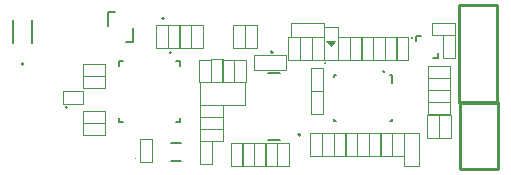
<source format=gto>
G04*
G04 #@! TF.GenerationSoftware,Altium Limited,Altium Designer,25.4.2 (15)*
G04*
G04 Layer_Color=65535*
%FSLAX44Y44*%
%MOMM*%
G71*
G04*
G04 #@! TF.SameCoordinates,0B5DAD5C-0C0E-4793-B882-C7F6C3490101*
G04*
G04*
G04 #@! TF.FilePolarity,Positive*
G04*
G01*
G75*
%ADD10C,0.1270*%
%ADD11C,0.2000*%
%ADD12C,0.1000*%
%ADD13C,0.0889*%
%ADD14C,0.2540*%
%ADD15C,0.1524*%
%ADD16C,0.0762*%
G36*
X538761Y364353D02*
X535110Y368004D01*
X542412D01*
X538761Y364353D01*
D02*
G37*
D10*
X584355Y342256D02*
G03*
X584355Y342256I-635J0D01*
G01*
X608230Y370830D02*
G03*
X608230Y370830I-635J0D01*
G01*
X534021Y349494D02*
G03*
X534021Y349494I-500J0D01*
G01*
X403479Y358140D02*
G03*
X403479Y358140I-635J0D01*
G01*
X315595Y312166D02*
G03*
X315595Y312166I-635J0D01*
G01*
X365434Y367538D02*
X371434D01*
Y379238D01*
X350434Y392938D02*
X356434D01*
X350434Y381238D02*
Y392938D01*
X403270Y266820D02*
X412070D01*
X403270Y281820D02*
X412070D01*
X629680Y353825D02*
Y358210D01*
X625295Y353825D02*
X629680D01*
X610910Y368210D02*
Y372595D01*
X615295D01*
X285678Y366454D02*
Y386054D01*
X269678Y366454D02*
Y386054D01*
X485678Y341428D02*
X495778D01*
X485678Y284428D02*
X495778D01*
D11*
X397934Y387238D02*
G03*
X397934Y387238I-1000J0D01*
G01*
X278678Y348754D02*
G03*
X278678Y348754I-1000J0D01*
G01*
X489748Y358748D02*
G03*
X489748Y358748I-1000J0D01*
G01*
X513228Y288928D02*
G03*
X513228Y288928I-1000J0D01*
G01*
X541191Y339782D02*
X543041D01*
X541191Y337932D02*
Y339782D01*
Y300280D02*
X543041D01*
X541191D02*
Y302130D01*
X590689Y300280D02*
Y302130D01*
X588839Y300280D02*
X590689D01*
X588839Y339780D02*
X590689D01*
Y332930D02*
Y339780D01*
D12*
X373626Y268605D02*
G03*
X373626Y268605I-500J0D01*
G01*
X535110Y368004D02*
X542761D01*
X538761Y364004D02*
Y368004D01*
X535110D02*
X538761Y364004D01*
X542761Y368004D01*
D13*
X390906Y362582D02*
Y381886D01*
Y362582D02*
X401066D01*
Y381886D01*
X390906D02*
X401066D01*
X420370Y362712D02*
Y382016D01*
Y362712D02*
X430530D01*
Y382016D01*
X420370D02*
X430530D01*
X620803Y336794D02*
X640107D01*
Y346954D01*
X620803D02*
X640107D01*
X620803Y336794D02*
Y346954D01*
X456438Y333248D02*
X466598D01*
X456438D02*
Y352552D01*
X466598D01*
Y333248D02*
Y352552D01*
X571273Y270884D02*
Y290188D01*
X561113D02*
X571273D01*
X561113Y270884D02*
Y290188D01*
Y270884D02*
X571273D01*
X561367D02*
Y290188D01*
X551207D02*
X561367D01*
X551207Y270884D02*
Y290188D01*
Y270884D02*
X561367D01*
X633503Y354066D02*
Y373370D01*
Y354066D02*
X643663D01*
Y373370D01*
X633503D02*
X643663D01*
X624359Y383530D02*
X643663D01*
X624359Y373370D02*
Y383530D01*
Y373370D02*
X643663D01*
Y383530D01*
X594106Y371348D02*
X604266D01*
Y352044D02*
Y371348D01*
X594106Y352044D02*
X604266D01*
X594106D02*
Y371348D01*
X438150Y264160D02*
Y283464D01*
X427990D02*
X438150D01*
X427990Y264160D02*
Y283464D01*
Y264160D02*
X438150D01*
X387096Y265684D02*
Y284988D01*
X376936D02*
X387096D01*
X376936Y265684D02*
Y284988D01*
Y265684D02*
X387096D01*
X428244Y314071D02*
X466344D01*
Y333121D01*
X428244D02*
X466344D01*
X428244Y314071D02*
Y333121D01*
Y313944D02*
X447548D01*
X428244Y303784D02*
Y313944D01*
Y303784D02*
X447548D01*
Y313944D01*
X437134Y333300D02*
Y352604D01*
Y333300D02*
X447294D01*
Y352604D01*
X437134D02*
X447294D01*
X446786Y333248D02*
Y352552D01*
Y333248D02*
X456946D01*
Y352552D01*
X446786D02*
X456946D01*
X544710Y352034D02*
Y380205D01*
X532830D02*
X544710D01*
X532830Y352034D02*
Y380205D01*
Y352034D02*
X544710D01*
X584429Y352034D02*
Y371338D01*
Y352034D02*
X594589D01*
Y371338D01*
X584429D02*
X594589D01*
X574523Y352034D02*
Y371338D01*
Y352034D02*
X584683D01*
Y371338D01*
X574523D02*
X584683D01*
X564617Y352034D02*
Y371338D01*
Y352034D02*
X574777D01*
Y371338D01*
X564617D02*
X574777D01*
X554711Y352034D02*
Y371338D01*
Y352034D02*
X564871D01*
Y371338D01*
X554711D02*
X564871D01*
X522759Y371266D02*
X532919D01*
Y351962D02*
Y371266D01*
X522759Y351962D02*
X532919D01*
X522759D02*
Y371266D01*
X544603Y352034D02*
Y371338D01*
Y352034D02*
X554763D01*
Y371338D01*
X544603D02*
X554763D01*
X328676Y288798D02*
X347980D01*
Y298958D01*
X328676D02*
X347980D01*
X328676Y288798D02*
Y298958D01*
Y298450D02*
X347980D01*
Y308610D01*
X328676D02*
X347980D01*
X328676Y298450D02*
Y308610D01*
Y328676D02*
X347980D01*
Y338836D01*
X328676D02*
X347980D01*
X328676Y328676D02*
Y338836D01*
Y338328D02*
X347980D01*
Y348488D01*
X328676D02*
X347980D01*
X328676Y338328D02*
Y348488D01*
X581179Y270884D02*
Y290188D01*
X571019D02*
X581179D01*
X571019Y270884D02*
Y290188D01*
Y270884D02*
X581179D01*
X600583Y262722D02*
X613083D01*
Y290222D01*
X600583D02*
X613083D01*
X600583Y262722D02*
Y290222D01*
X600737Y270884D02*
Y290188D01*
X590577D02*
X600737D01*
X590577Y270884D02*
Y290188D01*
Y270884D02*
X600737D01*
X590831D02*
Y290188D01*
X580671D02*
X590831D01*
X580671Y270884D02*
Y290188D01*
Y270884D02*
X590831D01*
X640361Y286502D02*
Y305806D01*
X630201D02*
X640361D01*
X630201Y286502D02*
Y305806D01*
Y286502D02*
X640361D01*
X630709D02*
Y305806D01*
X620549D02*
X630709D01*
X620549Y286502D02*
Y305806D01*
Y286502D02*
X630709D01*
X620803Y336540D02*
X640107D01*
X620803Y326380D02*
Y336540D01*
Y326380D02*
X640107D01*
Y336540D01*
X620803Y326380D02*
X640107D01*
X620803Y316220D02*
Y326380D01*
Y316220D02*
X640107D01*
Y326380D01*
X620803Y316220D02*
X640107D01*
X620803Y306060D02*
Y316220D01*
Y306060D02*
X640107D01*
Y316220D01*
X483362Y281868D02*
X493522D01*
Y262564D02*
Y281868D01*
X483362Y262564D02*
X493522D01*
X483362D02*
Y281868D01*
X493014D02*
X503174D01*
Y262564D02*
Y281868D01*
X493014Y262564D02*
X503174D01*
X493014D02*
Y281868D01*
X473456D02*
X483616D01*
Y262564D02*
Y281868D01*
X473456Y262564D02*
X483616D01*
X473456D02*
Y281868D01*
X473964Y262564D02*
Y281868D01*
X463804D02*
X473964D01*
X463804Y262564D02*
Y281868D01*
Y262564D02*
X473964D01*
X464312D02*
Y281868D01*
X454152D02*
X464312D01*
X454152Y262564D02*
Y281868D01*
Y262564D02*
X464312D01*
X512572Y352044D02*
Y371348D01*
X502412D02*
X512572D01*
X502412Y352044D02*
Y371348D01*
Y352044D02*
X512572D01*
X473676Y343508D02*
Y356008D01*
Y343508D02*
X501176D01*
Y356008D01*
X473676D02*
X501176D01*
X456132Y362712D02*
Y382016D01*
Y362712D02*
X466292D01*
Y382016D01*
X456132D02*
X466292D01*
X465784Y362712D02*
Y382016D01*
Y362712D02*
X475944D01*
Y382016D01*
X465784D02*
X475944D01*
X532926Y371194D02*
Y383694D01*
X505426D02*
X532926D01*
X505426Y371194D02*
Y383694D01*
Y371194D02*
X532926D01*
X522732Y352044D02*
Y371348D01*
X512572D02*
X522732D01*
X512572Y352044D02*
Y371348D01*
Y352044D02*
X522732D01*
X541301Y270884D02*
X551461D01*
X541301D02*
Y290188D01*
X551461D01*
Y270884D02*
Y290188D01*
X531395Y270884D02*
X541555D01*
X531395D02*
Y290188D01*
X541555D01*
Y270884D02*
Y290188D01*
X521489Y270884D02*
X531649D01*
X521489D02*
Y290188D01*
X531649D01*
Y270884D02*
Y290188D01*
X521743Y306568D02*
X531903D01*
X521743D02*
Y325872D01*
X531903D01*
Y306568D02*
Y325872D01*
X521743Y345248D02*
X531903D01*
Y325944D02*
Y345248D01*
X521743Y325944D02*
X531903D01*
X521743D02*
Y345248D01*
X428244Y304038D02*
X447548D01*
X428244Y293878D02*
Y304038D01*
Y293878D02*
X447548D01*
Y304038D01*
X427990Y293878D02*
X447294D01*
X427990Y283718D02*
Y293878D01*
Y283718D02*
X447294D01*
Y293878D01*
X400558Y362582D02*
Y381886D01*
Y362582D02*
X410718D01*
Y381886D01*
X400558D02*
X410718D01*
X410464Y362582D02*
Y381886D01*
Y362582D02*
X420624D01*
Y381886D01*
X410464D02*
X420624D01*
X427482Y333248D02*
Y352552D01*
Y333248D02*
X437642D01*
Y352552D01*
X427482D02*
X437642D01*
D14*
X647727Y315712D02*
X679731D01*
Y398389D01*
X647727Y315712D02*
Y398389D01*
Y398516D02*
X679731D01*
X647981Y316982D02*
X679985D01*
X647981Y259578D02*
Y316982D01*
X679985Y259578D02*
Y316982D01*
X647981Y259578D02*
X679985D01*
D15*
X410845Y347471D02*
Y350901D01*
X359283Y347471D02*
Y350901D01*
Y299339D02*
X362713D01*
X410845D02*
Y302769D01*
X407415Y350901D02*
X410845D01*
X359283D02*
X362713D01*
X359283Y299339D02*
Y302769D01*
X407415Y299339D02*
X410845D01*
D16*
X312285Y314578D02*
Y325495D01*
Y314578D02*
X329315D01*
Y325495D01*
X312285D02*
X329315D01*
M02*

</source>
